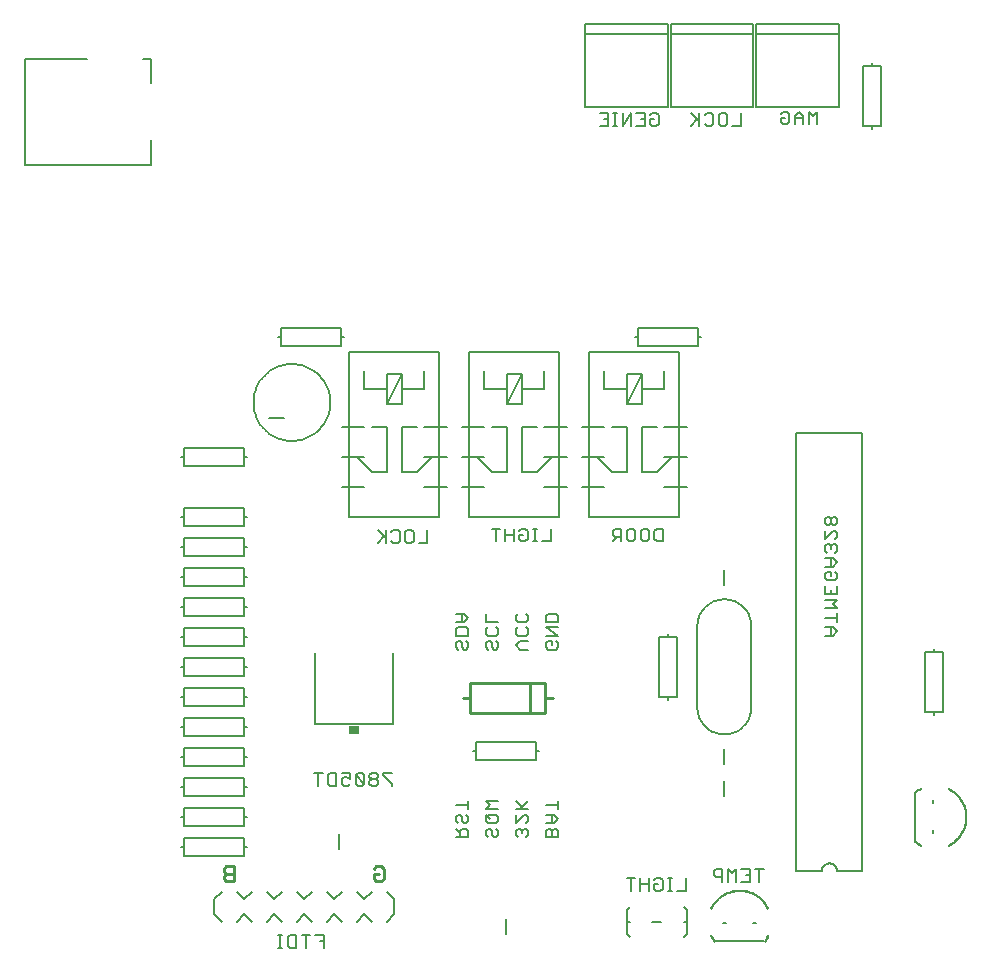
<source format=gbo>
G75*
G70*
%OFA0B0*%
%FSLAX24Y24*%
%IPPOS*%
%LPD*%
%AMOC8*
5,1,8,0,0,1.08239X$1,22.5*
%
%ADD10C,0.0080*%
%ADD11C,0.0060*%
%ADD12C,0.0090*%
%ADD13C,0.0050*%
%ADD14C,0.0010*%
%ADD15R,0.0340X0.0300*%
%ADD16C,0.0100*%
D10*
X007006Y004859D02*
X007006Y005159D01*
X006906Y005159D01*
X007006Y005159D02*
X007006Y005459D01*
X009006Y005459D01*
X009006Y005159D01*
X009106Y005159D01*
X009006Y005159D02*
X009006Y004859D01*
X007006Y004859D01*
X007006Y005859D02*
X009006Y005859D01*
X009006Y006159D01*
X009106Y006159D01*
X009006Y006159D02*
X009006Y006459D01*
X007006Y006459D01*
X007006Y006159D01*
X006906Y006159D01*
X007006Y006159D02*
X007006Y005859D01*
X007006Y006859D02*
X009006Y006859D01*
X009006Y007159D01*
X009106Y007159D01*
X009006Y007159D02*
X009006Y007459D01*
X007006Y007459D01*
X007006Y007159D01*
X006906Y007159D01*
X007006Y007159D02*
X007006Y006859D01*
X007006Y007859D02*
X009006Y007859D01*
X009006Y008159D01*
X009106Y008159D01*
X009006Y008159D02*
X009006Y008459D01*
X007006Y008459D01*
X007006Y008159D01*
X006906Y008159D01*
X007006Y008159D02*
X007006Y007859D01*
X007006Y008859D02*
X009006Y008859D01*
X009006Y009159D01*
X009106Y009159D01*
X009006Y009159D02*
X009006Y009459D01*
X007006Y009459D01*
X007006Y009159D01*
X006906Y009159D01*
X007006Y009159D02*
X007006Y008859D01*
X007006Y009859D02*
X009006Y009859D01*
X009006Y010159D01*
X009106Y010159D01*
X009006Y010159D02*
X009006Y010459D01*
X007006Y010459D01*
X007006Y010159D01*
X006906Y010159D01*
X007006Y010159D02*
X007006Y009859D01*
X007006Y010859D02*
X009006Y010859D01*
X009006Y011159D01*
X009106Y011159D01*
X009006Y011159D02*
X009006Y011459D01*
X007006Y011459D01*
X007006Y011159D01*
X006906Y011159D01*
X007006Y011159D02*
X007006Y010859D01*
X007006Y011859D02*
X009006Y011859D01*
X009006Y012159D01*
X009106Y012159D01*
X009006Y012159D02*
X009006Y012459D01*
X007006Y012459D01*
X007006Y012159D01*
X006906Y012159D01*
X007006Y012159D02*
X007006Y011859D01*
X007006Y012859D02*
X009006Y012859D01*
X009006Y013159D01*
X009106Y013159D01*
X009006Y013159D02*
X009006Y013459D01*
X007006Y013459D01*
X007006Y013159D01*
X006906Y013159D01*
X007006Y013159D02*
X007006Y012859D01*
X007006Y013859D02*
X009006Y013859D01*
X009006Y014159D01*
X009106Y014159D01*
X009006Y014159D02*
X009006Y014459D01*
X007006Y014459D01*
X007006Y014159D01*
X006906Y014159D01*
X007006Y014159D02*
X007006Y013859D01*
X007006Y014859D02*
X009006Y014859D01*
X009006Y015159D01*
X009106Y015159D01*
X009006Y015159D02*
X009006Y015459D01*
X007006Y015459D01*
X007006Y015159D01*
X006906Y015159D01*
X007006Y015159D02*
X007006Y014859D01*
X007006Y015859D02*
X009006Y015859D01*
X009006Y016159D01*
X009106Y016159D01*
X009006Y016159D02*
X009006Y016459D01*
X007006Y016459D01*
X007006Y016159D01*
X006906Y016159D01*
X007006Y016159D02*
X007006Y015859D01*
X007006Y017859D02*
X009006Y017859D01*
X009006Y018159D01*
X009106Y018159D01*
X009006Y018159D02*
X009006Y018459D01*
X007006Y018459D01*
X007006Y018159D01*
X006906Y018159D01*
X007006Y018159D02*
X007006Y017859D01*
X009842Y019470D02*
X010342Y019470D01*
X009312Y019970D02*
X009314Y020041D01*
X009320Y020112D01*
X009330Y020183D01*
X009344Y020252D01*
X009361Y020321D01*
X009383Y020389D01*
X009408Y020456D01*
X009437Y020521D01*
X009469Y020584D01*
X009505Y020646D01*
X009544Y020705D01*
X009587Y020762D01*
X009632Y020817D01*
X009681Y020869D01*
X009732Y020918D01*
X009786Y020964D01*
X009843Y021008D01*
X009901Y021048D01*
X009962Y021084D01*
X010025Y021118D01*
X010090Y021147D01*
X010156Y021173D01*
X010224Y021196D01*
X010292Y021214D01*
X010362Y021229D01*
X010432Y021240D01*
X010503Y021247D01*
X010574Y021250D01*
X010645Y021249D01*
X010716Y021244D01*
X010787Y021235D01*
X010857Y021222D01*
X010926Y021206D01*
X010994Y021185D01*
X011061Y021161D01*
X011127Y021133D01*
X011190Y021101D01*
X011252Y021066D01*
X011312Y021028D01*
X011370Y020986D01*
X011425Y020942D01*
X011478Y020894D01*
X011528Y020843D01*
X011575Y020790D01*
X011619Y020734D01*
X011660Y020676D01*
X011698Y020615D01*
X011732Y020553D01*
X011762Y020488D01*
X011789Y020423D01*
X011813Y020355D01*
X011832Y020287D01*
X011848Y020218D01*
X011860Y020147D01*
X011868Y020077D01*
X011872Y020006D01*
X011872Y019934D01*
X011868Y019863D01*
X011860Y019793D01*
X011848Y019722D01*
X011832Y019653D01*
X011813Y019585D01*
X011789Y019517D01*
X011762Y019452D01*
X011732Y019387D01*
X011698Y019325D01*
X011660Y019264D01*
X011619Y019206D01*
X011575Y019150D01*
X011528Y019097D01*
X011478Y019046D01*
X011425Y018998D01*
X011370Y018954D01*
X011312Y018912D01*
X011252Y018874D01*
X011190Y018839D01*
X011127Y018807D01*
X011061Y018779D01*
X010994Y018755D01*
X010926Y018734D01*
X010857Y018718D01*
X010787Y018705D01*
X010716Y018696D01*
X010645Y018691D01*
X010574Y018690D01*
X010503Y018693D01*
X010432Y018700D01*
X010362Y018711D01*
X010292Y018726D01*
X010224Y018744D01*
X010156Y018767D01*
X010090Y018793D01*
X010025Y018822D01*
X009962Y018856D01*
X009901Y018892D01*
X009843Y018932D01*
X009786Y018976D01*
X009732Y019022D01*
X009681Y019071D01*
X009632Y019123D01*
X009587Y019178D01*
X009544Y019235D01*
X009505Y019294D01*
X009469Y019356D01*
X009437Y019419D01*
X009408Y019484D01*
X009383Y019551D01*
X009361Y019619D01*
X009344Y019688D01*
X009330Y019757D01*
X009320Y019828D01*
X009314Y019899D01*
X009312Y019970D01*
X010218Y021859D02*
X010218Y022159D01*
X010118Y022159D01*
X010218Y022159D02*
X010218Y022459D01*
X012218Y022459D01*
X012218Y022159D01*
X012318Y022159D01*
X012218Y022159D02*
X012218Y021859D01*
X010218Y021859D01*
X005899Y027887D02*
X005899Y028714D01*
X005899Y027887D02*
X001687Y027887D01*
X001687Y031431D01*
X003773Y031431D01*
X005624Y031431D02*
X005899Y031431D01*
X005899Y030604D01*
X020367Y029820D02*
X020367Y032261D01*
X023123Y032261D01*
X023123Y032576D01*
X020367Y032576D01*
X020367Y032261D01*
X023123Y032261D02*
X023123Y029820D01*
X020367Y029820D01*
X020846Y029619D02*
X021126Y029619D01*
X021126Y029199D01*
X020846Y029199D01*
X020986Y029409D02*
X021126Y029409D01*
X021293Y029199D02*
X021433Y029199D01*
X021363Y029199D02*
X021363Y029619D01*
X021433Y029619D02*
X021293Y029619D01*
X021613Y029619D02*
X021613Y029199D01*
X021893Y029619D01*
X021893Y029199D01*
X022074Y029199D02*
X022354Y029199D01*
X022354Y029619D01*
X022074Y029619D01*
X022214Y029409D02*
X022354Y029409D01*
X022534Y029409D02*
X022674Y029409D01*
X022534Y029409D02*
X022534Y029269D01*
X022604Y029199D01*
X022744Y029199D01*
X022814Y029269D01*
X022814Y029549D01*
X022744Y029619D01*
X022604Y029619D01*
X022534Y029549D01*
X023217Y029820D02*
X023217Y032261D01*
X025973Y032261D01*
X025973Y032576D01*
X023217Y032576D01*
X023217Y032261D01*
X025973Y032261D02*
X025973Y029820D01*
X023217Y029820D01*
X023896Y029619D02*
X024176Y029339D01*
X024106Y029409D02*
X023896Y029199D01*
X024176Y029199D02*
X024176Y029619D01*
X024356Y029549D02*
X024426Y029619D01*
X024566Y029619D01*
X024636Y029549D01*
X024636Y029269D01*
X024566Y029199D01*
X024426Y029199D01*
X024356Y029269D01*
X024817Y029269D02*
X024817Y029549D01*
X024887Y029619D01*
X025027Y029619D01*
X025097Y029549D01*
X025097Y029269D01*
X025027Y029199D01*
X024887Y029199D01*
X024817Y029269D01*
X025277Y029199D02*
X025557Y029199D01*
X025557Y029619D01*
X026067Y029820D02*
X026067Y032261D01*
X028823Y032261D01*
X028823Y032576D01*
X026067Y032576D01*
X026067Y032261D01*
X028823Y032261D02*
X028823Y029820D01*
X026067Y029820D01*
X026896Y029599D02*
X026966Y029669D01*
X027106Y029669D01*
X027176Y029599D01*
X027176Y029319D01*
X027106Y029249D01*
X026966Y029249D01*
X026896Y029319D01*
X026896Y029459D01*
X027036Y029459D01*
X027356Y029459D02*
X027636Y029459D01*
X027636Y029529D02*
X027496Y029669D01*
X027356Y029529D01*
X027356Y029249D01*
X027636Y029249D02*
X027636Y029529D01*
X027817Y029669D02*
X027817Y029249D01*
X028097Y029249D02*
X028097Y029669D01*
X027957Y029529D01*
X027817Y029669D01*
X029631Y029202D02*
X029931Y029202D01*
X029931Y029102D01*
X029931Y029202D02*
X030231Y029202D01*
X030231Y031202D01*
X029931Y031202D01*
X029931Y031302D01*
X029931Y031202D02*
X029631Y031202D01*
X029631Y029202D01*
X024143Y022459D02*
X022143Y022459D01*
X022143Y022159D01*
X022043Y022159D01*
X022143Y022159D02*
X022143Y021859D01*
X024143Y021859D01*
X024143Y022159D01*
X024243Y022159D01*
X024143Y022159D02*
X024143Y022459D01*
X028416Y016162D02*
X028346Y016092D01*
X028346Y015952D01*
X028416Y015882D01*
X028486Y015882D01*
X028556Y015952D01*
X028556Y016092D01*
X028486Y016162D01*
X028416Y016162D01*
X028556Y016092D02*
X028626Y016162D01*
X028696Y016162D01*
X028766Y016092D01*
X028766Y015952D01*
X028696Y015882D01*
X028626Y015882D01*
X028556Y015952D01*
X028626Y015702D02*
X028696Y015702D01*
X028766Y015632D01*
X028766Y015492D01*
X028696Y015422D01*
X028696Y015241D02*
X028626Y015241D01*
X028556Y015171D01*
X028486Y015241D01*
X028416Y015241D01*
X028346Y015171D01*
X028346Y015031D01*
X028416Y014961D01*
X028346Y014781D02*
X028626Y014781D01*
X028766Y014641D01*
X028626Y014501D01*
X028346Y014501D01*
X028416Y014321D02*
X028556Y014321D01*
X028556Y014181D01*
X028696Y014321D02*
X028766Y014251D01*
X028766Y014111D01*
X028696Y014040D01*
X028416Y014040D01*
X028346Y014111D01*
X028346Y014251D01*
X028416Y014321D01*
X028556Y014501D02*
X028556Y014781D01*
X028696Y014961D02*
X028766Y015031D01*
X028766Y015171D01*
X028696Y015241D01*
X028556Y015171D02*
X028556Y015101D01*
X028346Y015422D02*
X028626Y015702D01*
X028346Y015702D02*
X028346Y015422D01*
X028346Y013860D02*
X028346Y013580D01*
X028766Y013580D01*
X028766Y013860D01*
X028556Y013720D02*
X028556Y013580D01*
X028766Y013400D02*
X028346Y013400D01*
X028346Y013120D02*
X028766Y013120D01*
X028626Y013260D01*
X028766Y013400D01*
X028766Y012940D02*
X028766Y012659D01*
X028766Y012800D02*
X028346Y012800D01*
X028346Y012479D02*
X028626Y012479D01*
X028766Y012339D01*
X028626Y012199D01*
X028346Y012199D01*
X028556Y012199D02*
X028556Y012479D01*
X025906Y012509D02*
X025906Y009809D01*
X025904Y009750D01*
X025898Y009692D01*
X025889Y009633D01*
X025875Y009576D01*
X025858Y009520D01*
X025837Y009465D01*
X025813Y009411D01*
X025785Y009359D01*
X025754Y009309D01*
X025720Y009261D01*
X025683Y009216D01*
X025642Y009173D01*
X025599Y009132D01*
X025554Y009095D01*
X025506Y009061D01*
X025456Y009030D01*
X025404Y009002D01*
X025350Y008978D01*
X025295Y008957D01*
X025239Y008940D01*
X025182Y008926D01*
X025123Y008917D01*
X025065Y008911D01*
X025006Y008909D01*
X024947Y008911D01*
X024889Y008917D01*
X024830Y008926D01*
X024773Y008940D01*
X024717Y008957D01*
X024662Y008978D01*
X024608Y009002D01*
X024556Y009030D01*
X024506Y009061D01*
X024458Y009095D01*
X024413Y009132D01*
X024370Y009173D01*
X024329Y009216D01*
X024292Y009261D01*
X024258Y009309D01*
X024227Y009359D01*
X024199Y009411D01*
X024175Y009465D01*
X024154Y009520D01*
X024137Y009576D01*
X024123Y009633D01*
X024114Y009692D01*
X024108Y009750D01*
X024106Y009809D01*
X024106Y012509D01*
X023412Y012159D02*
X023112Y012159D01*
X023112Y012259D01*
X023112Y012159D02*
X022812Y012159D01*
X022812Y010159D01*
X023112Y010159D01*
X023112Y010059D01*
X023112Y010159D02*
X023412Y010159D01*
X023412Y012159D01*
X024106Y012509D02*
X024108Y012568D01*
X024114Y012626D01*
X024123Y012685D01*
X024137Y012742D01*
X024154Y012798D01*
X024175Y012853D01*
X024199Y012907D01*
X024227Y012959D01*
X024258Y013009D01*
X024292Y013057D01*
X024329Y013102D01*
X024370Y013145D01*
X024413Y013186D01*
X024458Y013223D01*
X024506Y013257D01*
X024556Y013288D01*
X024608Y013316D01*
X024662Y013340D01*
X024717Y013361D01*
X024773Y013378D01*
X024830Y013392D01*
X024889Y013401D01*
X024947Y013407D01*
X025006Y013409D01*
X025065Y013407D01*
X025123Y013401D01*
X025182Y013392D01*
X025239Y013378D01*
X025295Y013361D01*
X025350Y013340D01*
X025404Y013316D01*
X025456Y013288D01*
X025506Y013257D01*
X025554Y013223D01*
X025599Y013186D01*
X025642Y013145D01*
X025683Y013102D01*
X025720Y013057D01*
X025754Y013009D01*
X025785Y012959D01*
X025813Y012907D01*
X025837Y012853D01*
X025858Y012798D01*
X025875Y012742D01*
X025889Y012685D01*
X025898Y012626D01*
X025904Y012568D01*
X025906Y012509D01*
X025006Y013881D02*
X025006Y014381D01*
X022957Y015349D02*
X022747Y015349D01*
X022677Y015419D01*
X022677Y015699D01*
X022747Y015769D01*
X022957Y015769D01*
X022957Y015349D01*
X022497Y015419D02*
X022427Y015349D01*
X022287Y015349D01*
X022217Y015419D01*
X022217Y015699D01*
X022287Y015769D01*
X022427Y015769D01*
X022497Y015699D01*
X022497Y015419D01*
X022036Y015419D02*
X021966Y015349D01*
X021826Y015349D01*
X021756Y015419D01*
X021756Y015699D01*
X021826Y015769D01*
X021966Y015769D01*
X022036Y015699D01*
X022036Y015419D01*
X021576Y015349D02*
X021576Y015769D01*
X021366Y015769D01*
X021296Y015699D01*
X021296Y015559D01*
X021366Y015489D01*
X021576Y015489D01*
X021436Y015489D02*
X021296Y015349D01*
X019214Y015349D02*
X018934Y015349D01*
X018754Y015349D02*
X018614Y015349D01*
X018684Y015349D02*
X018684Y015769D01*
X018754Y015769D02*
X018614Y015769D01*
X018447Y015699D02*
X018377Y015769D01*
X018237Y015769D01*
X018167Y015699D01*
X018167Y015559D02*
X018307Y015559D01*
X018167Y015559D02*
X018167Y015419D01*
X018237Y015349D01*
X018377Y015349D01*
X018447Y015419D01*
X018447Y015699D01*
X017987Y015769D02*
X017987Y015349D01*
X017987Y015559D02*
X017706Y015559D01*
X017706Y015769D02*
X017706Y015349D01*
X017386Y015349D02*
X017386Y015769D01*
X017526Y015769D02*
X017246Y015769D01*
X015107Y015719D02*
X015107Y015299D01*
X014827Y015299D01*
X014647Y015369D02*
X014577Y015299D01*
X014437Y015299D01*
X014367Y015369D01*
X014367Y015649D01*
X014437Y015719D01*
X014577Y015719D01*
X014647Y015649D01*
X014647Y015369D01*
X014186Y015369D02*
X014186Y015649D01*
X014116Y015719D01*
X013976Y015719D01*
X013906Y015649D01*
X013726Y015719D02*
X013726Y015299D01*
X013726Y015439D02*
X013446Y015719D01*
X013656Y015509D02*
X013446Y015299D01*
X013906Y015369D02*
X013976Y015299D01*
X014116Y015299D01*
X014186Y015369D01*
X016046Y012937D02*
X016326Y012937D01*
X016466Y012797D01*
X016326Y012657D01*
X016046Y012657D01*
X016116Y012477D02*
X016396Y012477D01*
X016466Y012407D01*
X016466Y012197D01*
X016046Y012197D01*
X016046Y012407D01*
X016116Y012477D01*
X016256Y012657D02*
X016256Y012937D01*
X017046Y012937D02*
X017046Y012657D01*
X017466Y012657D01*
X017396Y012477D02*
X017466Y012407D01*
X017466Y012267D01*
X017396Y012197D01*
X017116Y012197D01*
X017046Y012267D01*
X017046Y012407D01*
X017116Y012477D01*
X017116Y012017D02*
X017046Y011947D01*
X017046Y011806D01*
X017116Y011736D01*
X017256Y011806D02*
X017256Y011947D01*
X017186Y012017D01*
X017116Y012017D01*
X017256Y011806D02*
X017326Y011736D01*
X017396Y011736D01*
X017466Y011806D01*
X017466Y011947D01*
X017396Y012017D01*
X018046Y011877D02*
X018186Y012017D01*
X018466Y012017D01*
X018396Y012197D02*
X018116Y012197D01*
X018046Y012267D01*
X018046Y012407D01*
X018116Y012477D01*
X018116Y012657D02*
X018046Y012727D01*
X018046Y012867D01*
X018116Y012937D01*
X018116Y012657D02*
X018396Y012657D01*
X018466Y012727D01*
X018466Y012867D01*
X018396Y012937D01*
X018396Y012477D02*
X018466Y012407D01*
X018466Y012267D01*
X018396Y012197D01*
X018466Y011736D02*
X018186Y011736D01*
X018046Y011877D01*
X019046Y011947D02*
X019116Y012017D01*
X019256Y012017D01*
X019256Y011877D01*
X019396Y012017D02*
X019466Y011947D01*
X019466Y011806D01*
X019396Y011736D01*
X019116Y011736D01*
X019046Y011806D01*
X019046Y011947D01*
X019046Y012197D02*
X019466Y012197D01*
X019046Y012477D01*
X019466Y012477D01*
X019466Y012657D02*
X019466Y012867D01*
X019396Y012937D01*
X019116Y012937D01*
X019046Y012867D01*
X019046Y012657D01*
X019466Y012657D01*
X016466Y011947D02*
X016466Y011806D01*
X016396Y011736D01*
X016326Y011736D01*
X016256Y011806D01*
X016256Y011947D01*
X016186Y012017D01*
X016116Y012017D01*
X016046Y011947D01*
X016046Y011806D01*
X016116Y011736D01*
X016396Y012017D02*
X016466Y011947D01*
X013946Y011619D02*
X013946Y009259D01*
X011366Y009259D01*
X011366Y011619D01*
X011334Y007619D02*
X011614Y007619D01*
X011474Y007619D02*
X011474Y007199D01*
X011794Y007269D02*
X011794Y007549D01*
X011864Y007619D01*
X012074Y007619D01*
X012074Y007199D01*
X011864Y007199D01*
X011794Y007269D01*
X012254Y007269D02*
X012254Y007409D01*
X012324Y007479D01*
X012394Y007479D01*
X012535Y007409D01*
X012535Y007619D01*
X012254Y007619D01*
X012254Y007269D02*
X012324Y007199D01*
X012465Y007199D01*
X012535Y007269D01*
X012715Y007269D02*
X012785Y007199D01*
X012925Y007199D01*
X012995Y007269D01*
X012715Y007549D01*
X012715Y007269D01*
X012995Y007269D02*
X012995Y007549D01*
X012925Y007619D01*
X012785Y007619D01*
X012715Y007549D01*
X013175Y007549D02*
X013175Y007479D01*
X013245Y007409D01*
X013385Y007409D01*
X013455Y007479D01*
X013455Y007549D01*
X013385Y007619D01*
X013245Y007619D01*
X013175Y007549D01*
X013245Y007409D02*
X013175Y007339D01*
X013175Y007269D01*
X013245Y007199D01*
X013385Y007199D01*
X013455Y007269D01*
X013455Y007339D01*
X013385Y007409D01*
X013635Y007549D02*
X013916Y007269D01*
X013916Y007199D01*
X013916Y007619D02*
X013635Y007619D01*
X013635Y007549D01*
X012177Y005594D02*
X012177Y005094D01*
X012256Y003659D02*
X012006Y003409D01*
X011756Y003659D01*
X011256Y003659D02*
X011006Y003409D01*
X010756Y003659D01*
X010256Y003659D02*
X010006Y003409D01*
X009756Y003659D01*
X009256Y003659D02*
X009006Y003409D01*
X008756Y003659D01*
X008256Y003659D02*
X008006Y003409D01*
X008006Y002909D01*
X008256Y002659D01*
X008756Y002659D02*
X009006Y002909D01*
X009256Y002659D01*
X009756Y002659D02*
X010006Y002909D01*
X010256Y002659D01*
X010273Y002219D02*
X010133Y002219D01*
X010203Y002219D02*
X010203Y001799D01*
X010273Y001799D02*
X010133Y001799D01*
X010453Y001869D02*
X010453Y002149D01*
X010523Y002219D01*
X010733Y002219D01*
X010733Y001799D01*
X010523Y001799D01*
X010453Y001869D01*
X010913Y002219D02*
X011193Y002219D01*
X011053Y002219D02*
X011053Y001799D01*
X011514Y002009D02*
X011654Y002009D01*
X011654Y001799D02*
X011654Y002219D01*
X011374Y002219D01*
X011256Y002659D02*
X011006Y002909D01*
X010756Y002659D01*
X011756Y002659D02*
X012006Y002909D01*
X012256Y002659D01*
X012756Y002659D02*
X013006Y002909D01*
X013256Y002659D01*
X013756Y002659D02*
X014006Y002909D01*
X014006Y003409D01*
X013756Y003659D01*
X013256Y003659D02*
X013006Y003409D01*
X012756Y003659D01*
X016046Y005486D02*
X016466Y005486D01*
X016466Y005697D01*
X016396Y005767D01*
X016256Y005767D01*
X016186Y005697D01*
X016186Y005486D01*
X016186Y005627D02*
X016046Y005767D01*
X016116Y005947D02*
X016046Y006017D01*
X016046Y006157D01*
X016116Y006227D01*
X016186Y006227D01*
X016256Y006157D01*
X016256Y006017D01*
X016326Y005947D01*
X016396Y005947D01*
X016466Y006017D01*
X016466Y006157D01*
X016396Y006227D01*
X016466Y006407D02*
X016466Y006687D01*
X016466Y006547D02*
X016046Y006547D01*
X017046Y006407D02*
X017186Y006547D01*
X017046Y006687D01*
X017466Y006687D01*
X017466Y006407D02*
X017046Y006407D01*
X017046Y006227D02*
X017186Y006087D01*
X017116Y006227D02*
X017046Y006157D01*
X017046Y006017D01*
X017116Y005947D01*
X017396Y005947D01*
X017466Y006017D01*
X017466Y006157D01*
X017396Y006227D01*
X017116Y006227D01*
X017116Y005767D02*
X017046Y005697D01*
X017046Y005556D01*
X017116Y005486D01*
X017256Y005556D02*
X017256Y005697D01*
X017186Y005767D01*
X017116Y005767D01*
X017256Y005556D02*
X017326Y005486D01*
X017396Y005486D01*
X017466Y005556D01*
X017466Y005697D01*
X017396Y005767D01*
X018046Y005697D02*
X018046Y005556D01*
X018116Y005486D01*
X018256Y005627D02*
X018256Y005697D01*
X018186Y005767D01*
X018116Y005767D01*
X018046Y005697D01*
X018256Y005697D02*
X018326Y005767D01*
X018396Y005767D01*
X018466Y005697D01*
X018466Y005556D01*
X018396Y005486D01*
X018396Y005947D02*
X018466Y006017D01*
X018466Y006157D01*
X018396Y006227D01*
X018326Y006227D01*
X018046Y005947D01*
X018046Y006227D01*
X018046Y006407D02*
X018466Y006407D01*
X018256Y006477D02*
X018046Y006687D01*
X018186Y006407D02*
X018466Y006687D01*
X019046Y006547D02*
X019466Y006547D01*
X019466Y006407D02*
X019466Y006687D01*
X019326Y006227D02*
X019046Y006227D01*
X019256Y006227D02*
X019256Y005947D01*
X019326Y005947D02*
X019466Y006087D01*
X019326Y006227D01*
X019326Y005947D02*
X019046Y005947D01*
X019116Y005767D02*
X019046Y005697D01*
X019046Y005486D01*
X019466Y005486D01*
X019466Y005697D01*
X019396Y005767D01*
X019326Y005767D01*
X019256Y005697D01*
X019256Y005486D01*
X019256Y005697D02*
X019186Y005767D01*
X019116Y005767D01*
X021746Y004119D02*
X022026Y004119D01*
X021886Y004119D02*
X021886Y003699D01*
X022206Y003699D02*
X022206Y004119D01*
X022206Y003909D02*
X022487Y003909D01*
X022667Y003909D02*
X022807Y003909D01*
X022667Y003909D02*
X022667Y003769D01*
X022737Y003699D01*
X022877Y003699D01*
X022947Y003769D01*
X022947Y004049D01*
X022877Y004119D01*
X022737Y004119D01*
X022667Y004049D01*
X022487Y004119D02*
X022487Y003699D01*
X023114Y003699D02*
X023254Y003699D01*
X023184Y003699D02*
X023184Y004119D01*
X023254Y004119D02*
X023114Y004119D01*
X023434Y003699D02*
X023714Y003699D01*
X023714Y004119D01*
X024654Y004209D02*
X024724Y004139D01*
X024935Y004139D01*
X024935Y003999D02*
X024935Y004419D01*
X024724Y004419D01*
X024654Y004349D01*
X024654Y004209D01*
X025115Y004419D02*
X025115Y003999D01*
X025395Y003999D02*
X025395Y004419D01*
X025255Y004279D01*
X025115Y004419D01*
X025575Y004419D02*
X025855Y004419D01*
X025855Y003999D01*
X025575Y003999D01*
X025715Y004209D02*
X025855Y004209D01*
X026035Y004419D02*
X026316Y004419D01*
X026176Y004419D02*
X026176Y003999D01*
X023756Y003049D02*
X023756Y002659D01*
X023756Y002269D01*
X023646Y002159D01*
X023656Y002659D02*
X023756Y002659D01*
X023756Y003049D02*
X023646Y003159D01*
X022906Y002659D02*
X022606Y002659D01*
X021856Y002659D02*
X021756Y002659D01*
X021756Y003049D01*
X021866Y003159D01*
X021756Y002659D02*
X021756Y002269D01*
X021866Y002159D01*
X017723Y002262D02*
X017723Y002762D01*
X016743Y008063D02*
X018743Y008063D01*
X018743Y008363D01*
X018843Y008363D01*
X018743Y008363D02*
X018743Y008663D01*
X016743Y008663D01*
X016743Y008363D01*
X016643Y008363D01*
X016743Y008363D02*
X016743Y008063D01*
X025006Y007908D02*
X025006Y008408D01*
X024987Y007359D02*
X024987Y006859D01*
X031706Y009659D02*
X032006Y009659D01*
X032006Y009559D01*
X032006Y009659D02*
X032306Y009659D01*
X032306Y011659D01*
X032006Y011659D01*
X032006Y011759D01*
X032006Y011659D02*
X031706Y011659D01*
X031706Y009659D01*
X019214Y015349D02*
X019214Y015769D01*
D11*
X019506Y016159D02*
X016506Y016159D01*
X016506Y021659D01*
X019506Y021659D01*
X019506Y016159D01*
X020506Y016159D02*
X020506Y021659D01*
X023506Y021659D01*
X023506Y016159D01*
X020506Y016159D01*
X020256Y017159D02*
X021006Y017159D01*
X021256Y017659D02*
X020756Y018159D01*
X021006Y018159D02*
X020256Y018159D01*
X019756Y018159D02*
X019006Y018159D01*
X019256Y018159D02*
X018756Y017659D01*
X018256Y017659D01*
X018256Y019159D01*
X018756Y019159D01*
X019006Y019159D02*
X019756Y019159D01*
X020256Y019159D02*
X021006Y019159D01*
X021256Y019159D02*
X021756Y019159D01*
X021756Y017659D01*
X021256Y017659D01*
X022256Y017659D02*
X022756Y017659D01*
X023256Y018159D01*
X023006Y018159D02*
X023756Y018159D01*
X023756Y017159D02*
X023006Y017159D01*
X022256Y017659D02*
X022256Y019159D01*
X022756Y019159D01*
X023006Y019159D02*
X023756Y019159D01*
X023006Y020409D02*
X023006Y021009D01*
X023006Y020409D02*
X022256Y020409D01*
X022256Y019909D01*
X021756Y019909D01*
X022256Y020909D01*
X022256Y020409D01*
X021756Y020409D02*
X021756Y019909D01*
X021756Y020409D02*
X021006Y020409D01*
X021006Y021009D01*
X021756Y020909D02*
X022256Y020909D01*
X021756Y020909D02*
X021756Y020409D01*
X019006Y020409D02*
X019006Y021009D01*
X019006Y020409D02*
X018256Y020409D01*
X018256Y019909D01*
X017756Y019909D01*
X018256Y020909D01*
X018256Y020409D01*
X017756Y020409D02*
X017756Y019909D01*
X017756Y020409D02*
X017006Y020409D01*
X017006Y021009D01*
X017756Y020909D02*
X018256Y020909D01*
X017756Y020909D02*
X017756Y020409D01*
X017756Y019159D02*
X017256Y019159D01*
X017006Y019159D02*
X016256Y019159D01*
X015756Y019159D02*
X015006Y019159D01*
X014756Y019159D02*
X014256Y019159D01*
X014256Y017659D01*
X014756Y017659D01*
X015256Y018159D01*
X015006Y018159D02*
X015756Y018159D01*
X016256Y018159D02*
X017006Y018159D01*
X016756Y018159D02*
X017256Y017659D01*
X017756Y017659D01*
X017756Y019159D01*
X017006Y017159D02*
X016256Y017159D01*
X015756Y017159D02*
X015006Y017159D01*
X013756Y017659D02*
X013256Y017659D01*
X012756Y018159D01*
X013006Y018159D02*
X012256Y018159D01*
X012256Y017159D02*
X013006Y017159D01*
X013756Y017659D02*
X013756Y019159D01*
X013256Y019159D01*
X013006Y019159D02*
X012256Y019159D01*
X013006Y020409D02*
X013756Y020409D01*
X013756Y019909D01*
X014256Y020909D01*
X014256Y020409D01*
X014256Y019909D01*
X013756Y019909D01*
X013756Y020409D02*
X013756Y020909D01*
X014256Y020909D01*
X015006Y021009D02*
X015006Y020409D01*
X014256Y020409D01*
X013006Y020409D02*
X013006Y021009D01*
X012506Y021659D02*
X015506Y021659D01*
X015506Y016159D01*
X012506Y016159D01*
X012506Y021659D01*
X019006Y017159D02*
X019756Y017159D01*
X027406Y018959D02*
X029606Y018959D01*
X029606Y004359D01*
X028756Y004359D01*
X028754Y004389D01*
X028749Y004419D01*
X028740Y004448D01*
X028727Y004475D01*
X028712Y004501D01*
X028693Y004525D01*
X028672Y004546D01*
X028648Y004565D01*
X028622Y004580D01*
X028595Y004593D01*
X028566Y004602D01*
X028536Y004607D01*
X028506Y004609D01*
X028476Y004607D01*
X028446Y004602D01*
X028417Y004593D01*
X028390Y004580D01*
X028364Y004565D01*
X028340Y004546D01*
X028319Y004525D01*
X028300Y004501D01*
X028285Y004475D01*
X028272Y004448D01*
X028263Y004419D01*
X028258Y004389D01*
X028256Y004359D01*
X027406Y004359D01*
X027406Y018959D01*
D12*
X013576Y004514D02*
X013661Y004429D01*
X013661Y004089D01*
X013576Y004004D01*
X013405Y004004D01*
X013320Y004089D01*
X013320Y004259D01*
X013491Y004259D01*
X013320Y004429D02*
X013405Y004514D01*
X013576Y004514D01*
X008661Y004514D02*
X008661Y004004D01*
X008405Y004004D01*
X008320Y004089D01*
X008320Y004174D01*
X008405Y004259D01*
X008661Y004259D01*
X008661Y004514D02*
X008405Y004514D01*
X008320Y004429D01*
X008320Y004344D01*
X008405Y004259D01*
D13*
X024681Y002009D02*
X026330Y002009D01*
X026058Y002609D02*
X025953Y002609D01*
X025058Y002609D02*
X024953Y002609D01*
X031356Y005334D02*
X031356Y006984D01*
X031956Y006712D02*
X031956Y006606D01*
X031956Y005712D02*
X031956Y005606D01*
D14*
X031348Y005316D02*
X031373Y005348D01*
X031372Y005347D02*
X031417Y005314D01*
X031464Y005283D01*
X031513Y005255D01*
X031563Y005229D01*
X031546Y005194D01*
X031546Y005193D01*
X031494Y005220D01*
X031443Y005249D01*
X031394Y005281D01*
X031348Y005316D01*
X031353Y005323D01*
X031400Y005288D01*
X031448Y005257D01*
X031498Y005228D01*
X031550Y005201D01*
X031553Y005209D01*
X031502Y005235D01*
X031453Y005264D01*
X031405Y005296D01*
X031359Y005330D01*
X031364Y005337D01*
X031410Y005303D01*
X031457Y005272D01*
X031507Y005243D01*
X031557Y005217D01*
X031561Y005226D01*
X031511Y005251D01*
X031462Y005280D01*
X031415Y005310D01*
X031370Y005344D01*
X032466Y005194D02*
X032449Y005230D01*
X032449Y005229D02*
X032505Y005258D01*
X032559Y005290D01*
X032611Y005325D01*
X032660Y005363D01*
X032707Y005405D01*
X032752Y005449D01*
X032794Y005496D01*
X032833Y005545D01*
X032869Y005596D01*
X032901Y005650D01*
X032931Y005705D01*
X032956Y005762D01*
X032979Y005821D01*
X032998Y005880D01*
X033013Y005941D01*
X033024Y006003D01*
X033032Y006065D01*
X033036Y006128D01*
X033036Y006190D01*
X033032Y006253D01*
X033024Y006315D01*
X033013Y006377D01*
X032998Y006438D01*
X032979Y006497D01*
X032956Y006556D01*
X032931Y006613D01*
X032901Y006668D01*
X032869Y006722D01*
X032833Y006773D01*
X032794Y006822D01*
X032752Y006869D01*
X032707Y006913D01*
X032660Y006955D01*
X032611Y006993D01*
X032559Y007028D01*
X032505Y007060D01*
X032449Y007089D01*
X032466Y007124D01*
X032466Y007125D01*
X032524Y007095D01*
X032580Y007062D01*
X032634Y007025D01*
X032686Y006986D01*
X032735Y006943D01*
X032781Y006897D01*
X032824Y006848D01*
X032865Y006797D01*
X032902Y006744D01*
X032936Y006688D01*
X032966Y006631D01*
X032993Y006571D01*
X033017Y006511D01*
X033036Y006448D01*
X033052Y006385D01*
X033064Y006321D01*
X033072Y006257D01*
X033076Y006192D01*
X033076Y006126D01*
X033072Y006061D01*
X033064Y005997D01*
X033052Y005933D01*
X033036Y005870D01*
X033017Y005807D01*
X032993Y005747D01*
X032966Y005687D01*
X032936Y005630D01*
X032902Y005574D01*
X032865Y005521D01*
X032824Y005470D01*
X032781Y005421D01*
X032735Y005375D01*
X032686Y005332D01*
X032634Y005293D01*
X032580Y005256D01*
X032524Y005223D01*
X032466Y005193D01*
X032462Y005201D01*
X032520Y005231D01*
X032575Y005264D01*
X032629Y005300D01*
X032680Y005339D01*
X032728Y005382D01*
X032774Y005427D01*
X032817Y005475D01*
X032858Y005526D01*
X032894Y005579D01*
X032928Y005634D01*
X032958Y005691D01*
X032985Y005750D01*
X033008Y005810D01*
X033027Y005872D01*
X033043Y005935D01*
X033055Y005998D01*
X033063Y006062D01*
X033067Y006127D01*
X033067Y006191D01*
X033063Y006256D01*
X033055Y006320D01*
X033043Y006383D01*
X033027Y006446D01*
X033008Y006508D01*
X032985Y006568D01*
X032958Y006627D01*
X032928Y006684D01*
X032894Y006739D01*
X032858Y006792D01*
X032817Y006843D01*
X032774Y006891D01*
X032728Y006936D01*
X032680Y006979D01*
X032629Y007018D01*
X032575Y007054D01*
X032520Y007087D01*
X032462Y007117D01*
X032459Y007109D01*
X032516Y007079D01*
X032571Y007047D01*
X032624Y007011D01*
X032674Y006972D01*
X032722Y006929D01*
X032768Y006884D01*
X032811Y006837D01*
X032850Y006787D01*
X032887Y006734D01*
X032920Y006679D01*
X032950Y006623D01*
X032977Y006564D01*
X033000Y006505D01*
X033019Y006444D01*
X033034Y006381D01*
X033046Y006318D01*
X033054Y006255D01*
X033058Y006191D01*
X033058Y006127D01*
X033054Y006063D01*
X033046Y006000D01*
X033034Y005937D01*
X033019Y005874D01*
X033000Y005813D01*
X032977Y005754D01*
X032950Y005695D01*
X032920Y005639D01*
X032887Y005584D01*
X032850Y005531D01*
X032811Y005481D01*
X032768Y005434D01*
X032722Y005389D01*
X032674Y005346D01*
X032624Y005307D01*
X032571Y005271D01*
X032516Y005239D01*
X032459Y005209D01*
X032455Y005217D01*
X032511Y005247D01*
X032566Y005279D01*
X032618Y005315D01*
X032668Y005353D01*
X032716Y005395D01*
X032761Y005440D01*
X032804Y005487D01*
X032843Y005537D01*
X032879Y005589D01*
X032912Y005643D01*
X032942Y005699D01*
X032968Y005757D01*
X032991Y005816D01*
X033010Y005877D01*
X033025Y005938D01*
X033037Y006001D01*
X033045Y006064D01*
X033049Y006127D01*
X033049Y006191D01*
X033045Y006254D01*
X033037Y006317D01*
X033025Y006380D01*
X033010Y006441D01*
X032991Y006502D01*
X032968Y006561D01*
X032942Y006619D01*
X032912Y006675D01*
X032879Y006729D01*
X032843Y006781D01*
X032804Y006831D01*
X032761Y006878D01*
X032716Y006923D01*
X032668Y006965D01*
X032618Y007003D01*
X032566Y007039D01*
X032511Y007071D01*
X032455Y007101D01*
X032451Y007092D01*
X032507Y007064D01*
X032561Y007031D01*
X032613Y006996D01*
X032663Y006958D01*
X032710Y006916D01*
X032755Y006872D01*
X032797Y006825D01*
X032836Y006776D01*
X032872Y006724D01*
X032905Y006670D01*
X032934Y006615D01*
X032960Y006557D01*
X032983Y006499D01*
X033001Y006439D01*
X033017Y006378D01*
X033028Y006316D01*
X033036Y006253D01*
X033040Y006190D01*
X033040Y006128D01*
X033036Y006065D01*
X033028Y006002D01*
X033017Y005940D01*
X033001Y005879D01*
X032983Y005819D01*
X032960Y005761D01*
X032934Y005703D01*
X032905Y005648D01*
X032872Y005594D01*
X032836Y005542D01*
X032797Y005493D01*
X032755Y005446D01*
X032710Y005402D01*
X032663Y005360D01*
X032613Y005322D01*
X032561Y005287D01*
X032507Y005254D01*
X032451Y005226D01*
X031556Y007129D02*
X031573Y007093D01*
X031572Y007093D02*
X031520Y007067D01*
X031469Y007038D01*
X031420Y007006D01*
X031372Y006971D01*
X031348Y007002D01*
X031397Y007039D01*
X031448Y007072D01*
X031501Y007102D01*
X031555Y007129D01*
X031559Y007121D01*
X031505Y007094D01*
X031453Y007064D01*
X031402Y007031D01*
X031353Y006995D01*
X031359Y006988D01*
X031407Y007024D01*
X031457Y007057D01*
X031509Y007086D01*
X031563Y007113D01*
X031567Y007105D01*
X031513Y007078D01*
X031462Y007049D01*
X031412Y007016D01*
X031364Y006981D01*
X031370Y006974D01*
X031417Y007009D01*
X031467Y007041D01*
X031518Y007070D01*
X031570Y007097D01*
X026349Y002001D02*
X026317Y002026D01*
X026318Y002025D02*
X026351Y002070D01*
X026382Y002117D01*
X026410Y002166D01*
X026436Y002216D01*
X026471Y002199D01*
X026472Y002199D01*
X026445Y002147D01*
X026416Y002096D01*
X026384Y002047D01*
X026349Y002001D01*
X026342Y002006D01*
X026377Y002053D01*
X026408Y002101D01*
X026437Y002151D01*
X026464Y002203D01*
X026456Y002206D01*
X026430Y002155D01*
X026401Y002106D01*
X026369Y002058D01*
X026335Y002012D01*
X026328Y002017D01*
X026362Y002063D01*
X026393Y002110D01*
X026422Y002160D01*
X026448Y002210D01*
X026439Y002214D01*
X026414Y002164D01*
X026385Y002115D01*
X026355Y002068D01*
X026321Y002023D01*
X026471Y003119D02*
X026435Y003102D01*
X026436Y003102D02*
X026407Y003158D01*
X026375Y003212D01*
X026340Y003264D01*
X026302Y003313D01*
X026260Y003360D01*
X026216Y003405D01*
X026169Y003447D01*
X026120Y003486D01*
X026069Y003522D01*
X026015Y003554D01*
X025960Y003584D01*
X025903Y003609D01*
X025844Y003632D01*
X025785Y003651D01*
X025724Y003666D01*
X025662Y003677D01*
X025600Y003685D01*
X025537Y003689D01*
X025475Y003689D01*
X025412Y003685D01*
X025350Y003677D01*
X025288Y003666D01*
X025227Y003651D01*
X025168Y003632D01*
X025109Y003609D01*
X025052Y003584D01*
X024997Y003554D01*
X024943Y003522D01*
X024892Y003486D01*
X024843Y003447D01*
X024796Y003405D01*
X024752Y003360D01*
X024710Y003313D01*
X024672Y003264D01*
X024637Y003212D01*
X024605Y003158D01*
X024576Y003102D01*
X024541Y003119D01*
X024540Y003119D01*
X024570Y003177D01*
X024603Y003233D01*
X024640Y003287D01*
X024679Y003339D01*
X024722Y003388D01*
X024768Y003434D01*
X024817Y003477D01*
X024868Y003518D01*
X024921Y003555D01*
X024977Y003589D01*
X025034Y003619D01*
X025094Y003646D01*
X025154Y003670D01*
X025217Y003689D01*
X025280Y003705D01*
X025344Y003717D01*
X025408Y003725D01*
X025473Y003729D01*
X025539Y003729D01*
X025604Y003725D01*
X025668Y003717D01*
X025732Y003705D01*
X025795Y003689D01*
X025858Y003670D01*
X025918Y003646D01*
X025978Y003619D01*
X026035Y003589D01*
X026091Y003555D01*
X026144Y003518D01*
X026195Y003477D01*
X026244Y003434D01*
X026290Y003388D01*
X026333Y003339D01*
X026372Y003287D01*
X026409Y003233D01*
X026442Y003177D01*
X026472Y003119D01*
X026464Y003115D01*
X026434Y003173D01*
X026401Y003228D01*
X026365Y003282D01*
X026326Y003333D01*
X026283Y003381D01*
X026238Y003427D01*
X026190Y003470D01*
X026139Y003511D01*
X026086Y003547D01*
X026031Y003581D01*
X025974Y003611D01*
X025915Y003638D01*
X025855Y003661D01*
X025793Y003680D01*
X025730Y003696D01*
X025667Y003708D01*
X025603Y003716D01*
X025538Y003720D01*
X025474Y003720D01*
X025409Y003716D01*
X025345Y003708D01*
X025282Y003696D01*
X025219Y003680D01*
X025157Y003661D01*
X025097Y003638D01*
X025038Y003611D01*
X024981Y003581D01*
X024926Y003547D01*
X024873Y003511D01*
X024822Y003470D01*
X024774Y003427D01*
X024729Y003381D01*
X024686Y003333D01*
X024647Y003282D01*
X024611Y003228D01*
X024578Y003173D01*
X024548Y003115D01*
X024556Y003112D01*
X024586Y003169D01*
X024618Y003224D01*
X024654Y003277D01*
X024693Y003327D01*
X024736Y003375D01*
X024781Y003421D01*
X024828Y003464D01*
X024878Y003503D01*
X024931Y003540D01*
X024986Y003573D01*
X025042Y003603D01*
X025101Y003630D01*
X025160Y003653D01*
X025221Y003672D01*
X025284Y003687D01*
X025347Y003699D01*
X025410Y003707D01*
X025474Y003711D01*
X025538Y003711D01*
X025602Y003707D01*
X025665Y003699D01*
X025728Y003687D01*
X025791Y003672D01*
X025852Y003653D01*
X025911Y003630D01*
X025970Y003603D01*
X026026Y003573D01*
X026081Y003540D01*
X026134Y003503D01*
X026184Y003464D01*
X026231Y003421D01*
X026276Y003375D01*
X026319Y003327D01*
X026358Y003277D01*
X026394Y003224D01*
X026426Y003169D01*
X026456Y003112D01*
X026448Y003108D01*
X026418Y003164D01*
X026386Y003219D01*
X026350Y003271D01*
X026312Y003321D01*
X026270Y003369D01*
X026225Y003414D01*
X026178Y003457D01*
X026128Y003496D01*
X026076Y003532D01*
X026022Y003565D01*
X025966Y003595D01*
X025908Y003621D01*
X025849Y003644D01*
X025788Y003663D01*
X025727Y003678D01*
X025664Y003690D01*
X025601Y003698D01*
X025538Y003702D01*
X025474Y003702D01*
X025411Y003698D01*
X025348Y003690D01*
X025285Y003678D01*
X025224Y003663D01*
X025163Y003644D01*
X025104Y003621D01*
X025046Y003595D01*
X024990Y003565D01*
X024936Y003532D01*
X024884Y003496D01*
X024834Y003457D01*
X024787Y003414D01*
X024742Y003369D01*
X024700Y003321D01*
X024662Y003271D01*
X024626Y003219D01*
X024594Y003164D01*
X024564Y003108D01*
X024573Y003104D01*
X024601Y003160D01*
X024634Y003214D01*
X024669Y003266D01*
X024707Y003316D01*
X024749Y003363D01*
X024793Y003408D01*
X024840Y003450D01*
X024889Y003489D01*
X024941Y003525D01*
X024995Y003558D01*
X025050Y003587D01*
X025108Y003613D01*
X025166Y003636D01*
X025226Y003654D01*
X025287Y003670D01*
X025349Y003681D01*
X025412Y003689D01*
X025475Y003693D01*
X025537Y003693D01*
X025600Y003689D01*
X025663Y003681D01*
X025725Y003670D01*
X025786Y003654D01*
X025846Y003636D01*
X025904Y003613D01*
X025962Y003587D01*
X026017Y003558D01*
X026071Y003525D01*
X026123Y003489D01*
X026172Y003450D01*
X026219Y003408D01*
X026263Y003363D01*
X026305Y003316D01*
X026343Y003266D01*
X026378Y003214D01*
X026411Y003160D01*
X026439Y003104D01*
X024535Y002209D02*
X024571Y002226D01*
X024571Y002225D02*
X024597Y002173D01*
X024626Y002122D01*
X024658Y002073D01*
X024693Y002025D01*
X024662Y002001D01*
X024625Y002050D01*
X024592Y002101D01*
X024562Y002154D01*
X024535Y002208D01*
X024543Y002212D01*
X024570Y002158D01*
X024600Y002106D01*
X024633Y002055D01*
X024669Y002006D01*
X024676Y002012D01*
X024640Y002060D01*
X024607Y002110D01*
X024578Y002162D01*
X024551Y002216D01*
X024559Y002220D01*
X024586Y002166D01*
X024615Y002115D01*
X024648Y002065D01*
X024683Y002017D01*
X024690Y002023D01*
X024655Y002070D01*
X024623Y002120D01*
X024594Y002171D01*
X024567Y002223D01*
D15*
X012656Y009069D03*
D16*
X016278Y010109D02*
X016528Y010109D01*
X016528Y010609D01*
X018528Y010609D01*
X018528Y009609D01*
X016528Y009609D01*
X016528Y010109D01*
X018528Y009609D02*
X019028Y009609D01*
X019028Y010109D01*
X019278Y010109D01*
X019028Y010109D02*
X019028Y010609D01*
X018528Y010609D01*
M02*

</source>
